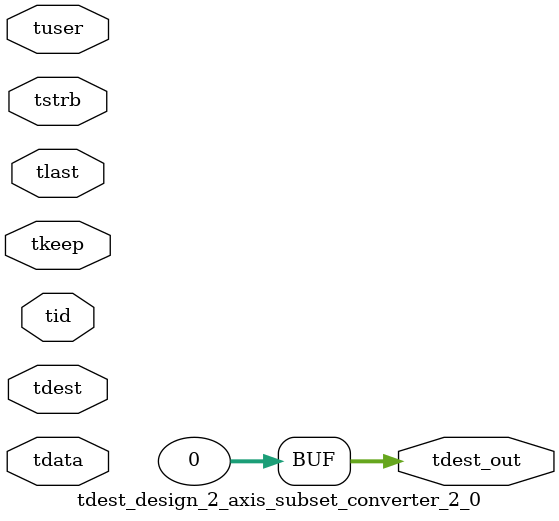
<source format=v>


`timescale 1ps/1ps

module tdest_design_2_axis_subset_converter_2_0 #
(
parameter C_S_AXIS_TDATA_WIDTH = 32,
parameter C_S_AXIS_TUSER_WIDTH = 0,
parameter C_S_AXIS_TID_WIDTH   = 0,
parameter C_S_AXIS_TDEST_WIDTH = 0,
parameter C_M_AXIS_TDEST_WIDTH = 32
)
(
input  [(C_S_AXIS_TDATA_WIDTH == 0 ? 1 : C_S_AXIS_TDATA_WIDTH)-1:0     ] tdata,
input  [(C_S_AXIS_TUSER_WIDTH == 0 ? 1 : C_S_AXIS_TUSER_WIDTH)-1:0     ] tuser,
input  [(C_S_AXIS_TID_WIDTH   == 0 ? 1 : C_S_AXIS_TID_WIDTH)-1:0       ] tid,
input  [(C_S_AXIS_TDEST_WIDTH == 0 ? 1 : C_S_AXIS_TDEST_WIDTH)-1:0     ] tdest,
input  [(C_S_AXIS_TDATA_WIDTH/8)-1:0 ] tkeep,
input  [(C_S_AXIS_TDATA_WIDTH/8)-1:0 ] tstrb,
input                                                                    tlast,
output [C_M_AXIS_TDEST_WIDTH-1:0] tdest_out
);

assign tdest_out = {1'b0};

endmodule


</source>
